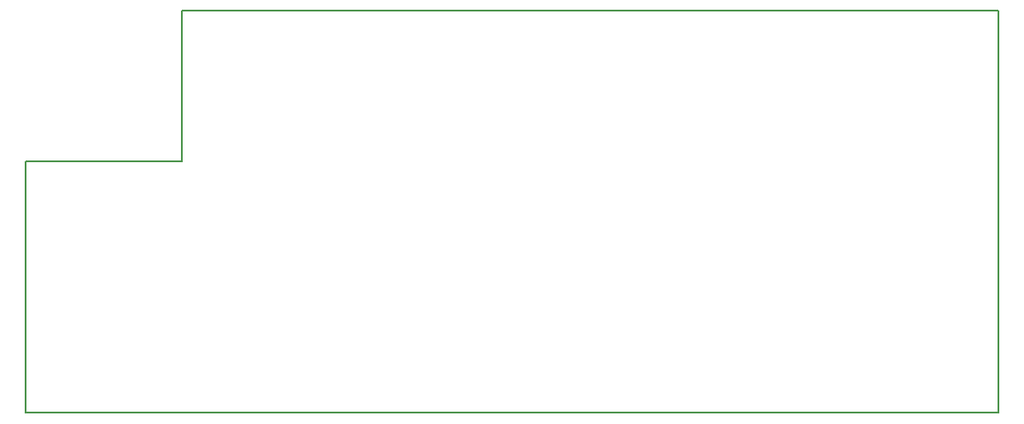
<source format=gko>
G04 Layer_Color=16711935*
%FSLAX24Y24*%
%MOIN*%
G70*
G01*
G75*
%ADD10C,0.0079*%
D10*
X20150Y30252D02*
Y39750D01*
X26056D01*
Y45459D01*
X56900D01*
X20150Y30252D02*
X56900D01*
Y45459D01*
M02*

</source>
